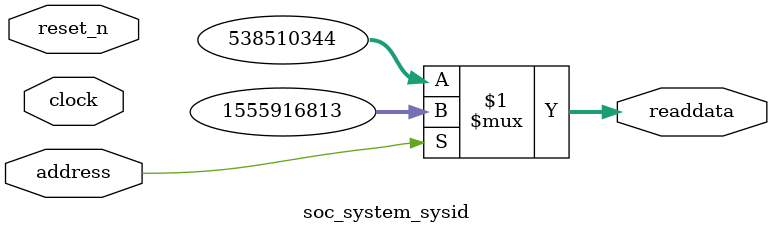
<source format=v>



// synthesis translate_off
`timescale 1ns / 1ps
// synthesis translate_on

// turn off superfluous verilog processor warnings 
// altera message_level Level1 
// altera message_off 10034 10035 10036 10037 10230 10240 10030 

module soc_system_sysid (
               // inputs:
                address,
                clock,
                reset_n,

               // outputs:
                readdata
             )
;

  output  [ 31: 0] readdata;
  input            address;
  input            clock;
  input            reset_n;

  wire    [ 31: 0] readdata;
  //control_slave, which is an e_avalon_slave
  assign readdata = address ? 1555916813 : 538510344;

endmodule



</source>
